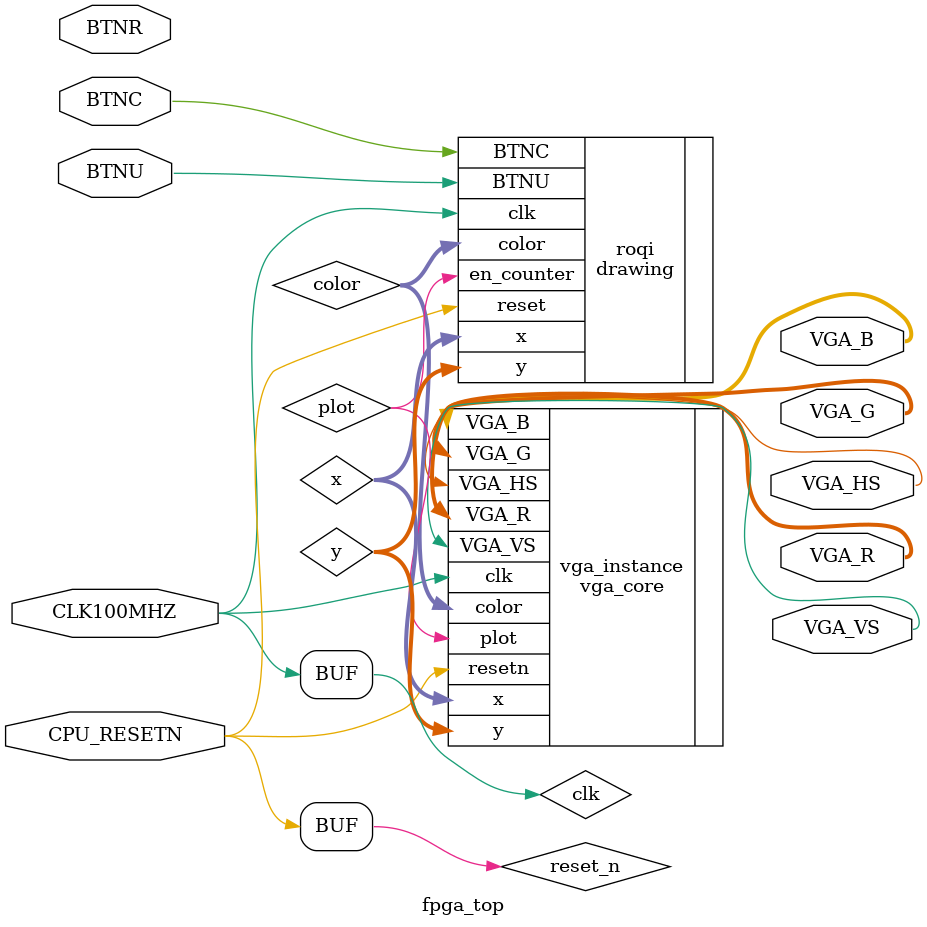
<source format=sv>
`timescale 1ns / 1ps
module fpga_top(
    input wire CLK100MHZ,              // System clock input
    output wire [3:0] VGA_R,     // VGA red channel output
    output wire [3:0] VGA_G,     // VGA green channel output
    output wire [3:0] VGA_B,     // VGA blue channel output
    output wire VGA_HS,          // VGA horizontal sync
    output wire VGA_VS,           // VGA vertical sync
    //input logic SW[15:0],
    input wire CPU_RESETN,BTNC,BTNR,BTNU
    );
        logic clk,plot;
        logic reset_n;
        logic [7:0] x;
        logic [6:0] y;
        logic [2:0] color;
        assign reset_n = CPU_RESETN;
        assign clk = CLK100MHZ;
        
vga_core vga_instance(
    .clk(clk),                        // Clock input
    .resetn(reset_n),                      // resetn signal
    .x(x),                    // X-coordinate (8 bits for 160)
    .y(y),                          // Y-coordinate (7 bits for 120)
    .color(color),                // Pixel color input (3 bits)
    .plot(plot),                       // Write enable
    .VGA_R(VGA_R),                      // VGA red channel
    .VGA_G(VGA_G),                        // VGA green channel
    .VGA_B(VGA_B),                      // VGA blue channel
    .VGA_HS(VGA_HS),                    // Horizontal sync
    .VGA_VS(VGA_VS)                     // Vertical sync
);    
drawing roqi(
    .clk(clk),
    .reset(reset_n),
    .BTNC(BTNC),
    .BTNU(BTNU),
    //.s_color(SW[0]),
    .en_counter(plot),
    //.f(plot),    
    .x(x),
    .y(y),
    .color(color)
);    
endmodule

</source>
